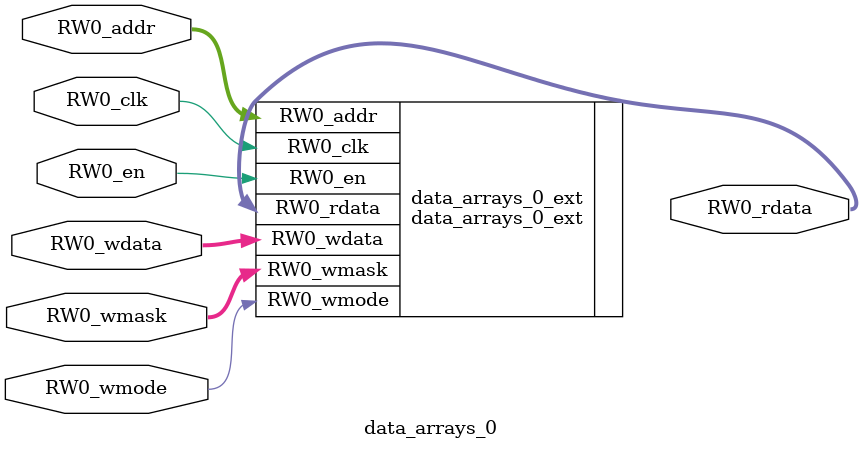
<source format=sv>
`ifndef RANDOMIZE
  `ifdef RANDOMIZE_MEM_INIT
    `define RANDOMIZE
  `endif // RANDOMIZE_MEM_INIT
`endif // not def RANDOMIZE
`ifndef RANDOMIZE
  `ifdef RANDOMIZE_REG_INIT
    `define RANDOMIZE
  `endif // RANDOMIZE_REG_INIT
`endif // not def RANDOMIZE

`ifndef RANDOM
  `define RANDOM $random
`endif // not def RANDOM

// Users can define INIT_RANDOM as general code that gets injected into the
// initializer block for modules with registers.
`ifndef INIT_RANDOM
  `define INIT_RANDOM
`endif // not def INIT_RANDOM

// If using random initialization, you can also define RANDOMIZE_DELAY to
// customize the delay used, otherwise 0.002 is used.
`ifndef RANDOMIZE_DELAY
  `define RANDOMIZE_DELAY 0.002
`endif // not def RANDOMIZE_DELAY

// Define INIT_RANDOM_PROLOG_ for use in our modules below.
`ifndef INIT_RANDOM_PROLOG_
  `ifdef RANDOMIZE
    `ifdef VERILATOR
      `define INIT_RANDOM_PROLOG_ `INIT_RANDOM
    `else  // VERILATOR
      `define INIT_RANDOM_PROLOG_ `INIT_RANDOM #`RANDOMIZE_DELAY begin end
    `endif // VERILATOR
  `else  // RANDOMIZE
    `define INIT_RANDOM_PROLOG_
  `endif // RANDOMIZE
`endif // not def INIT_RANDOM_PROLOG_

// Include register initializers in init blocks unless synthesis is set
`ifndef SYNTHESIS
  `ifndef ENABLE_INITIAL_REG_
    `define ENABLE_INITIAL_REG_
  `endif // not def ENABLE_INITIAL_REG_
`endif // not def SYNTHESIS

// Include rmemory initializers in init blocks unless synthesis is set
`ifndef SYNTHESIS
  `ifndef ENABLE_INITIAL_MEM_
    `define ENABLE_INITIAL_MEM_
  `endif // not def ENABLE_INITIAL_MEM_
`endif // not def SYNTHESIS

// Standard header to adapt well known macros for prints and assertions.

// Users can define 'PRINTF_COND' to add an extra gate to prints.
`ifndef PRINTF_COND_
  `ifdef PRINTF_COND
    `define PRINTF_COND_ (`PRINTF_COND)
  `else  // PRINTF_COND
    `define PRINTF_COND_ 1
  `endif // PRINTF_COND
`endif // not def PRINTF_COND_

// Users can define 'ASSERT_VERBOSE_COND' to add an extra gate to assert error printing.
`ifndef ASSERT_VERBOSE_COND_
  `ifdef ASSERT_VERBOSE_COND
    `define ASSERT_VERBOSE_COND_ (`ASSERT_VERBOSE_COND)
  `else  // ASSERT_VERBOSE_COND
    `define ASSERT_VERBOSE_COND_ 1
  `endif // ASSERT_VERBOSE_COND
`endif // not def ASSERT_VERBOSE_COND_

// Users can define 'STOP_COND' to add an extra gate to stop conditions.
`ifndef STOP_COND_
  `ifdef STOP_COND
    `define STOP_COND_ (`STOP_COND)
  `else  // STOP_COND
    `define STOP_COND_ 1
  `endif // STOP_COND
`endif // not def STOP_COND_

module data_arrays_0(	// @[generators/rocket-chip/src/main/scala/util/DescribedSRAM.scala:17:26]
  input  [9:0]  RW0_addr,
  input         RW0_en,
                RW0_clk,
                RW0_wmode,
  input  [63:0] RW0_wdata,
  output [63:0] RW0_rdata,
  input  [7:0]  RW0_wmask
);

  data_arrays_0_ext data_arrays_0_ext (	// @[generators/rocket-chip/src/main/scala/util/DescribedSRAM.scala:17:26]
    .RW0_addr  (RW0_addr),
    .RW0_en    (RW0_en),
    .RW0_clk   (RW0_clk),
    .RW0_wmode (RW0_wmode),
    .RW0_wdata (RW0_wdata),
    .RW0_rdata (RW0_rdata),
    .RW0_wmask (RW0_wmask)
  );
endmodule


</source>
